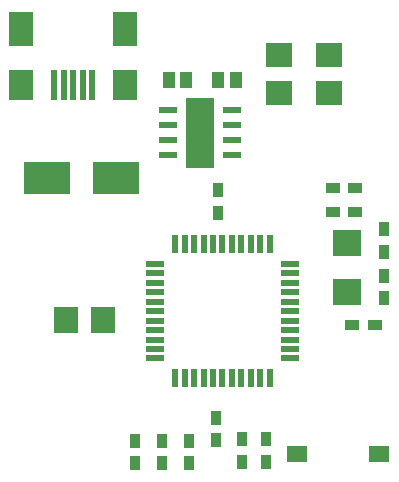
<source format=gtp>
G04 Layer_Color=8421504*
%FSLAX25Y25*%
%MOIN*%
G70*
G01*
G75*
%ADD10R,0.01969X0.09843*%
%ADD11R,0.07874X0.09843*%
%ADD12R,0.07874X0.11811*%
%ADD13R,0.15748X0.11024*%
%ADD14R,0.06299X0.02362*%
%ADD15R,0.09488X0.23622*%
%ADD16R,0.08661X0.07874*%
%ADD17R,0.04331X0.05512*%
%ADD18R,0.09449X0.08661*%
%ADD19R,0.06890X0.05512*%
%ADD20R,0.05906X0.02165*%
%ADD21R,0.02165X0.05906*%
%ADD22R,0.03543X0.04724*%
%ADD23R,0.04724X0.03543*%
%ADD24R,0.07874X0.08661*%
D10*
X61811Y147835D02*
D03*
X64961D02*
D03*
X68110D02*
D03*
X71260D02*
D03*
X74410D02*
D03*
D11*
X50787D02*
D03*
X85433D02*
D03*
D12*
X50787Y166535D02*
D03*
X85433D02*
D03*
D13*
X82433Y117000D02*
D03*
X59205D02*
D03*
D14*
X121047Y124500D02*
D03*
Y129500D02*
D03*
Y134500D02*
D03*
Y139500D02*
D03*
X99591Y124500D02*
D03*
Y129500D02*
D03*
Y134500D02*
D03*
Y139500D02*
D03*
D15*
X110319Y132000D02*
D03*
D16*
X153319Y157799D02*
D03*
Y145201D02*
D03*
X136819Y157799D02*
D03*
Y145201D02*
D03*
D17*
X116366Y149500D02*
D03*
X122272D02*
D03*
X105772Y149500D02*
D03*
X99866D02*
D03*
D18*
X159319Y78732D02*
D03*
Y95268D02*
D03*
D19*
X142539Y25000D02*
D03*
X170098D02*
D03*
D20*
X95378Y88248D02*
D03*
Y85098D02*
D03*
Y81949D02*
D03*
Y78799D02*
D03*
Y75650D02*
D03*
Y72500D02*
D03*
Y69350D02*
D03*
Y66201D02*
D03*
Y63051D02*
D03*
Y59902D02*
D03*
Y56752D02*
D03*
X140260D02*
D03*
Y59902D02*
D03*
Y63051D02*
D03*
Y66201D02*
D03*
Y69350D02*
D03*
Y72500D02*
D03*
Y75650D02*
D03*
Y78799D02*
D03*
Y81949D02*
D03*
Y85098D02*
D03*
Y88248D02*
D03*
D21*
X102071Y50059D02*
D03*
X105220D02*
D03*
X108370D02*
D03*
X111520D02*
D03*
X114669D02*
D03*
X117819D02*
D03*
X120968D02*
D03*
X124118D02*
D03*
X127268D02*
D03*
X130417D02*
D03*
X133567D02*
D03*
Y94941D02*
D03*
X130417D02*
D03*
X127268D02*
D03*
X124118D02*
D03*
X120968D02*
D03*
X117819D02*
D03*
X114669D02*
D03*
X111520D02*
D03*
X108370D02*
D03*
X105220D02*
D03*
X102071D02*
D03*
D22*
X124319Y29756D02*
D03*
Y22276D02*
D03*
X132319Y22244D02*
D03*
Y29724D02*
D03*
X116319Y112756D02*
D03*
Y105276D02*
D03*
X106819Y21744D02*
D03*
Y29224D02*
D03*
X171819Y84256D02*
D03*
Y76776D02*
D03*
Y92244D02*
D03*
Y99724D02*
D03*
X115819Y37000D02*
D03*
Y29520D02*
D03*
X97819Y21744D02*
D03*
Y29224D02*
D03*
X88819D02*
D03*
Y21744D02*
D03*
D23*
X168575Y68000D02*
D03*
X161094D02*
D03*
X162075Y105500D02*
D03*
X154595D02*
D03*
X162075Y113500D02*
D03*
X154595D02*
D03*
D24*
X65520Y69500D02*
D03*
X78118D02*
D03*
M02*

</source>
